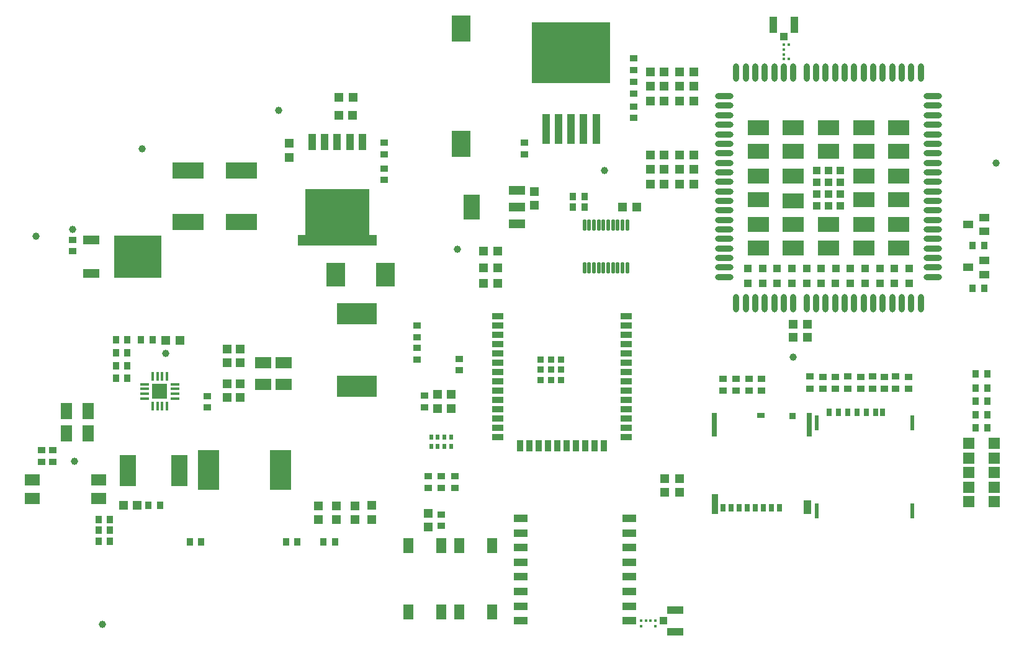
<source format=gtp>
G04*
G04 #@! TF.GenerationSoftware,Altium Limited,Altium Designer,24.5.2 (23)*
G04*
G04 Layer_Color=8421504*
%FSLAX25Y25*%
%MOIN*%
G70*
G04*
G04 #@! TF.SameCoordinates,98A8DC51-4EBF-44C9-86BF-D70121EF64E5*
G04*
G04*
G04 #@! TF.FilePolarity,Positive*
G04*
G01*
G75*
G04:AMPARAMS|DCode=17|XSize=98.43mil|YSize=31.5mil|CornerRadius=15.75mil|HoleSize=0mil|Usage=FLASHONLY|Rotation=90.000|XOffset=0mil|YOffset=0mil|HoleType=Round|Shape=RoundedRectangle|*
%AMROUNDEDRECTD17*
21,1,0.09843,0.00000,0,0,90.0*
21,1,0.06693,0.03150,0,0,90.0*
1,1,0.03150,0.00000,0.03347*
1,1,0.03150,0.00000,-0.03347*
1,1,0.03150,0.00000,-0.03347*
1,1,0.03150,0.00000,0.03347*
%
%ADD17ROUNDEDRECTD17*%
G04:AMPARAMS|DCode=18|XSize=98.43mil|YSize=31.5mil|CornerRadius=15.75mil|HoleSize=0mil|Usage=FLASHONLY|Rotation=180.000|XOffset=0mil|YOffset=0mil|HoleType=Round|Shape=RoundedRectangle|*
%AMROUNDEDRECTD18*
21,1,0.09843,0.00000,0,0,180.0*
21,1,0.06693,0.03150,0,0,180.0*
1,1,0.03150,-0.03347,0.00000*
1,1,0.03150,0.03347,0.00000*
1,1,0.03150,0.03347,0.00000*
1,1,0.03150,-0.03347,0.00000*
%
%ADD18ROUNDEDRECTD18*%
%ADD19R,0.04331X0.04331*%
%ADD20R,0.11811X0.07874*%
%ADD21R,0.03937X0.03543*%
%ADD22R,0.04724X0.05118*%
%ADD23R,0.02953X0.04449*%
%ADD24R,0.02284X0.08268*%
%ADD25R,0.02559X0.04449*%
%ADD26R,0.03543X0.03543*%
%ADD27R,0.05906X0.03543*%
%ADD28R,0.03543X0.05906*%
%ADD29R,0.04016X0.03701*%
%ADD30R,0.05906X0.05906*%
%ADD31R,0.03937X0.04331*%
%ADD32R,0.04134X0.08661*%
%ADD33R,0.01575X0.01575*%
%ADD34R,0.01575X0.01378*%
%ADD35R,0.02756X0.04331*%
%ADD36R,0.04488X0.07205*%
%ADD37R,0.03386X0.11024*%
%ADD38R,0.02756X0.13110*%
%ADD39R,0.03543X0.03661*%
%ADD40R,0.04134X0.03071*%
%ADD41R,0.05118X0.04724*%
%ADD42C,0.03937*%
%ADD43R,0.10236X0.14173*%
%ADD44R,0.03701X0.04016*%
%ADD45R,0.01378X0.01575*%
%ADD46R,0.01575X0.01575*%
%ADD47R,0.05512X0.08268*%
%ADD48R,0.01968X0.03150*%
%ADD49R,0.08661X0.04134*%
%ADD50R,0.04331X0.03937*%
%ADD51R,0.05512X0.03937*%
%ADD52R,0.07677X0.04134*%
%ADD53R,0.04213X0.08504*%
%ADD54R,0.04100X0.15900*%
%ADD55R,0.08661X0.13780*%
%ADD56R,0.08661X0.04724*%
%ADD57R,0.09843X0.12992*%
%ADD58R,0.11417X0.21260*%
%ADD59R,0.05906X0.08661*%
%ADD60R,0.08661X0.05906*%
%ADD61R,0.08268X0.08268*%
%ADD62R,0.04724X0.01181*%
%ADD63R,0.01181X0.04724*%
%ADD64R,0.08661X0.16929*%
%ADD65R,0.08976X0.04724*%
%ADD66R,0.25197X0.22835*%
%ADD67R,0.08268X0.05906*%
G04:AMPARAMS|DCode=68|XSize=59.06mil|YSize=17.72mil|CornerRadius=1.97mil|HoleSize=0mil|Usage=FLASHONLY|Rotation=270.000|XOffset=0mil|YOffset=0mil|HoleType=Round|Shape=RoundedRectangle|*
%AMROUNDEDRECTD68*
21,1,0.05906,0.01378,0,0,270.0*
21,1,0.05512,0.01772,0,0,270.0*
1,1,0.00394,-0.00689,-0.02756*
1,1,0.00394,-0.00689,0.02756*
1,1,0.00394,0.00689,0.02756*
1,1,0.00394,0.00689,-0.02756*
%
%ADD68ROUNDEDRECTD68*%
%ADD69R,0.42300X0.32700*%
%ADD70R,0.21260X0.11417*%
%ADD71R,0.16929X0.08661*%
G36*
X190701Y221346D02*
X194835D01*
Y215559D01*
X152315D01*
Y221346D01*
X156449D01*
Y245756D01*
X190701D01*
Y221346D01*
D02*
G37*
D17*
X387795Y184449D02*
D03*
X392913D02*
D03*
X398031D02*
D03*
X403150D02*
D03*
X408268D02*
D03*
X413386D02*
D03*
X418504D02*
D03*
X435827D02*
D03*
X440945D02*
D03*
X446063D02*
D03*
X451181D02*
D03*
X456299D02*
D03*
X461417D02*
D03*
X466536D02*
D03*
X471654D02*
D03*
X476772D02*
D03*
X481890D02*
D03*
X487008D02*
D03*
Y308465D02*
D03*
X481890D02*
D03*
X476772D02*
D03*
X471654D02*
D03*
X466536D02*
D03*
X461417D02*
D03*
X456299D02*
D03*
X451181D02*
D03*
X446063D02*
D03*
X440945D02*
D03*
X435827D02*
D03*
X418504D02*
D03*
X413386D02*
D03*
X408268D02*
D03*
X403150D02*
D03*
X398031D02*
D03*
X392913D02*
D03*
X387795D02*
D03*
X425591Y184449D02*
D03*
X430709D02*
D03*
Y308465D02*
D03*
X425591D02*
D03*
D18*
X493504Y208858D02*
D03*
Y213976D02*
D03*
Y219094D02*
D03*
Y224213D02*
D03*
Y229331D02*
D03*
Y234449D02*
D03*
Y239567D02*
D03*
Y244685D02*
D03*
Y249803D02*
D03*
Y254921D02*
D03*
Y260039D02*
D03*
Y265158D02*
D03*
Y270276D02*
D03*
Y275394D02*
D03*
Y280512D02*
D03*
Y285630D02*
D03*
Y290748D02*
D03*
Y295866D02*
D03*
X381299D02*
D03*
Y290748D02*
D03*
Y285630D02*
D03*
Y280512D02*
D03*
Y275394D02*
D03*
Y270276D02*
D03*
Y265158D02*
D03*
Y260039D02*
D03*
Y254921D02*
D03*
Y249803D02*
D03*
Y244685D02*
D03*
Y239567D02*
D03*
Y234449D02*
D03*
Y229331D02*
D03*
Y224213D02*
D03*
Y219094D02*
D03*
Y213976D02*
D03*
Y208858D02*
D03*
Y203740D02*
D03*
Y198622D02*
D03*
X493504Y203740D02*
D03*
Y198622D02*
D03*
D19*
X431102Y255906D02*
D03*
X437402D02*
D03*
X443701D02*
D03*
X431102Y249606D02*
D03*
X437402D02*
D03*
X443701D02*
D03*
X431102Y243307D02*
D03*
X437402D02*
D03*
X443701D02*
D03*
X431102Y237008D02*
D03*
X437402D02*
D03*
X443701D02*
D03*
X394094Y203150D02*
D03*
X401968D02*
D03*
X409842D02*
D03*
X417717D02*
D03*
X425591D02*
D03*
X433465D02*
D03*
X441339D02*
D03*
X449213D02*
D03*
X457087D02*
D03*
X464961D02*
D03*
X472835D02*
D03*
X480709D02*
D03*
X394094Y195276D02*
D03*
X401968D02*
D03*
X409842D02*
D03*
X417717D02*
D03*
X425591D02*
D03*
X433465D02*
D03*
X440945D02*
D03*
X449213D02*
D03*
X457087D02*
D03*
X464961D02*
D03*
X472835D02*
D03*
X480709D02*
D03*
D20*
X399606Y278740D02*
D03*
X418504D02*
D03*
X437402D02*
D03*
X456299D02*
D03*
X475197D02*
D03*
X399606Y266142D02*
D03*
X418504D02*
D03*
X437402D02*
D03*
X456299D02*
D03*
X475197D02*
D03*
X399606Y252756D02*
D03*
X418504D02*
D03*
X456299D02*
D03*
X475197D02*
D03*
X399606Y240158D02*
D03*
X418504Y239567D02*
D03*
X456299Y240158D02*
D03*
X475197D02*
D03*
X399606Y226772D02*
D03*
X418504D02*
D03*
X437402D02*
D03*
X456299D02*
D03*
X475197D02*
D03*
X399606Y214173D02*
D03*
X418504D02*
D03*
X437402D02*
D03*
X456299D02*
D03*
X475197D02*
D03*
D21*
X427543Y145161D02*
D03*
Y138469D02*
D03*
X447844Y145161D02*
D03*
Y138469D02*
D03*
X461031Y145161D02*
D03*
Y138469D02*
D03*
X473425Y145161D02*
D03*
Y138469D02*
D03*
D22*
X418504Y173228D02*
D03*
X425984D02*
D03*
X81486Y164717D02*
D03*
X88967D02*
D03*
X252165Y212598D02*
D03*
X259646D02*
D03*
X252165Y203665D02*
D03*
X259646D02*
D03*
X252165Y195272D02*
D03*
X259646D02*
D03*
X66227Y76021D02*
D03*
X58746D02*
D03*
X334329Y236221D02*
D03*
X326849D02*
D03*
X341732Y264370D02*
D03*
X349213D02*
D03*
X341732Y256496D02*
D03*
X349213D02*
D03*
X341732Y248622D02*
D03*
X349213D02*
D03*
X364961Y248622D02*
D03*
X357480D02*
D03*
X364961Y256496D02*
D03*
X357480D02*
D03*
X364961Y264370D02*
D03*
X357480D02*
D03*
X349213Y293307D02*
D03*
X341732D02*
D03*
X349213Y301181D02*
D03*
X341732D02*
D03*
X349213Y309055D02*
D03*
X341732D02*
D03*
X357480Y309055D02*
D03*
X364961D02*
D03*
X357480Y301181D02*
D03*
X364961D02*
D03*
X357480Y293307D02*
D03*
X364961D02*
D03*
X181962Y295205D02*
D03*
X174481D02*
D03*
X181890Y285433D02*
D03*
X174409D02*
D03*
X418504Y166339D02*
D03*
X425984D02*
D03*
D23*
X457717Y125955D02*
D03*
X447717D02*
D03*
X437717D02*
D03*
X462717D02*
D03*
X452717D02*
D03*
X442717D02*
D03*
D24*
X482283Y120108D02*
D03*
Y72864D02*
D03*
X431102D02*
D03*
Y120108D02*
D03*
D25*
X466457Y125955D02*
D03*
D26*
X293898Y143268D02*
D03*
X288386D02*
D03*
X282874D02*
D03*
X293898Y148779D02*
D03*
X288386Y148779D02*
D03*
X282874D02*
D03*
X293898Y154291D02*
D03*
X288386D02*
D03*
X282874D02*
D03*
D27*
X328740Y177677D02*
D03*
Y172677D02*
D03*
X328740Y167677D02*
D03*
X328740Y162677D02*
D03*
Y157677D02*
D03*
Y152677D02*
D03*
Y147677D02*
D03*
Y142677D02*
D03*
Y137677D02*
D03*
Y132677D02*
D03*
X328740Y127677D02*
D03*
X328740Y122677D02*
D03*
Y117677D02*
D03*
Y112677D02*
D03*
X259842D02*
D03*
Y117677D02*
D03*
Y122677D02*
D03*
X259842Y127677D02*
D03*
X259842Y132677D02*
D03*
Y137677D02*
D03*
Y142677D02*
D03*
Y147677D02*
D03*
Y152677D02*
D03*
Y157677D02*
D03*
Y162677D02*
D03*
X259842Y167677D02*
D03*
X259842Y172677D02*
D03*
Y177677D02*
D03*
D28*
X316811Y107756D02*
D03*
X311811Y107756D02*
D03*
X306811D02*
D03*
X301811Y107756D02*
D03*
X296811Y107756D02*
D03*
X291811Y107756D02*
D03*
X286811Y107756D02*
D03*
X281811D02*
D03*
X276811Y107756D02*
D03*
X271811Y107756D02*
D03*
D29*
X480299Y138705D02*
D03*
Y144925D02*
D03*
X239173Y148465D02*
D03*
Y154685D02*
D03*
X216535Y166181D02*
D03*
Y172402D02*
D03*
Y154370D02*
D03*
Y160591D02*
D03*
X387795Y143858D02*
D03*
Y137638D02*
D03*
X394685Y143858D02*
D03*
Y137638D02*
D03*
X380906Y143858D02*
D03*
Y137638D02*
D03*
X401575Y143858D02*
D03*
Y137638D02*
D03*
X14764Y99252D02*
D03*
Y105473D02*
D03*
X20669D02*
D03*
Y99252D02*
D03*
X229331Y71024D02*
D03*
Y64803D02*
D03*
X222441Y85276D02*
D03*
Y91496D02*
D03*
X229331Y85276D02*
D03*
Y91496D02*
D03*
X236653Y85276D02*
D03*
Y91496D02*
D03*
X220472Y128583D02*
D03*
Y134803D02*
D03*
X103690Y134677D02*
D03*
Y128457D02*
D03*
X31496Y212441D02*
D03*
Y218661D02*
D03*
X274232Y270827D02*
D03*
Y264606D02*
D03*
X332677Y316102D02*
D03*
Y309882D02*
D03*
Y303465D02*
D03*
Y297244D02*
D03*
Y290354D02*
D03*
Y284134D02*
D03*
X198819Y264606D02*
D03*
Y270827D02*
D03*
Y250827D02*
D03*
Y257047D02*
D03*
X467543Y144925D02*
D03*
Y138705D02*
D03*
X454602Y144925D02*
D03*
Y138705D02*
D03*
X434272Y144925D02*
D03*
Y138705D02*
D03*
X441181Y144925D02*
D03*
Y138705D02*
D03*
D30*
X512795Y109252D02*
D03*
X526575D02*
D03*
X526575Y93504D02*
D03*
X512795D02*
D03*
X526575Y85630D02*
D03*
X512795D02*
D03*
Y77756D02*
D03*
X526575D02*
D03*
X526575Y101378D02*
D03*
X512795D02*
D03*
D31*
X413424Y327828D02*
D03*
D32*
X419232Y334324D02*
D03*
X407617D02*
D03*
D33*
X413354Y315907D02*
D03*
X416110D02*
D03*
X413399Y323431D02*
D03*
X416155D02*
D03*
D34*
X413372Y318346D02*
D03*
Y320905D02*
D03*
D35*
X410945Y74724D02*
D03*
X406614D02*
D03*
X402283D02*
D03*
X397953D02*
D03*
X393622D02*
D03*
X389291D02*
D03*
X384961D02*
D03*
X380630D02*
D03*
D36*
X426221Y74783D02*
D03*
D37*
X376378Y76693D02*
D03*
D38*
X427087Y119075D02*
D03*
X376063D02*
D03*
D39*
X417992Y123799D02*
D03*
D40*
X401201Y124094D02*
D03*
D41*
X114556Y141375D02*
D03*
Y133895D02*
D03*
X114556Y152565D02*
D03*
Y160046D02*
D03*
X121446Y141375D02*
D03*
Y133895D02*
D03*
X121446Y152565D02*
D03*
Y160046D02*
D03*
X279528Y244685D02*
D03*
Y237205D02*
D03*
X349409Y90354D02*
D03*
Y82874D02*
D03*
X357283Y90354D02*
D03*
Y82874D02*
D03*
X222441Y71653D02*
D03*
Y64173D02*
D03*
X227362Y135433D02*
D03*
Y127953D02*
D03*
X234685Y135433D02*
D03*
Y127953D02*
D03*
X191929Y75787D02*
D03*
Y68307D02*
D03*
X183071Y75590D02*
D03*
Y68110D02*
D03*
X147638Y262992D02*
D03*
Y270472D02*
D03*
X173228Y68110D02*
D03*
Y75590D02*
D03*
X163386D02*
D03*
Y68110D02*
D03*
D42*
X68898Y267717D02*
D03*
X238189Y213583D02*
D03*
X32480Y99410D02*
D03*
X316929Y255906D02*
D03*
X418307Y155512D02*
D03*
X81404Y157463D02*
D03*
X31457Y224317D02*
D03*
X142126Y288386D02*
D03*
X47244Y11811D02*
D03*
X527559Y259842D02*
D03*
X11811Y220472D02*
D03*
D43*
X240158Y270098D02*
D03*
Y332264D02*
D03*
D44*
X522795Y117508D02*
D03*
X516575D02*
D03*
X522795Y146465D02*
D03*
X516575D02*
D03*
X522795Y139020D02*
D03*
X516575D02*
D03*
Y124646D02*
D03*
X522795D02*
D03*
Y131972D02*
D03*
X516575D02*
D03*
X100551Y56102D02*
D03*
X94333D02*
D03*
X145957Y56102D02*
D03*
X152173D02*
D03*
X166227D02*
D03*
X172449D02*
D03*
X306298Y242059D02*
D03*
X300077D02*
D03*
X306298Y236221D02*
D03*
X300077D02*
D03*
X521128Y192547D02*
D03*
X514907D02*
D03*
X521128Y215598D02*
D03*
X514907D02*
D03*
X54604Y164756D02*
D03*
X60824D02*
D03*
X60824Y157866D02*
D03*
X54604D02*
D03*
X74359Y164756D02*
D03*
X68138D02*
D03*
X60824Y150976D02*
D03*
X54604D02*
D03*
X78392Y76021D02*
D03*
X72172D02*
D03*
X60824Y144087D02*
D03*
X54604D02*
D03*
X45305Y68262D02*
D03*
X51525D02*
D03*
X51525Y62441D02*
D03*
X45305D02*
D03*
X45305Y56619D02*
D03*
X51525D02*
D03*
D45*
X341831Y13739D02*
D03*
X339272D02*
D03*
D46*
X336788Y13739D02*
D03*
Y10983D02*
D03*
X344488Y10983D02*
D03*
Y13739D02*
D03*
D47*
X229331Y54331D02*
D03*
X211614D02*
D03*
Y18504D02*
D03*
X229331D02*
D03*
X239173D02*
D03*
X256890D02*
D03*
Y54331D02*
D03*
X239173D02*
D03*
D48*
X224012Y107677D02*
D03*
X227555D02*
D03*
X231099D02*
D03*
X234642D02*
D03*
Y112401D02*
D03*
X231099D02*
D03*
X227555D02*
D03*
X224012D02*
D03*
D49*
X355217Y19587D02*
D03*
Y7972D02*
D03*
D50*
X348721Y13780D02*
D03*
D51*
X512402Y203740D02*
D03*
X521063Y207480D02*
D03*
Y200000D02*
D03*
X512402Y226916D02*
D03*
X521063Y230656D02*
D03*
Y223175D02*
D03*
D52*
X272047Y68898D02*
D03*
Y61024D02*
D03*
Y53150D02*
D03*
Y45276D02*
D03*
Y37402D02*
D03*
Y29528D02*
D03*
Y21654D02*
D03*
Y13780D02*
D03*
X330315D02*
D03*
Y21654D02*
D03*
Y29528D02*
D03*
Y37402D02*
D03*
Y45276D02*
D03*
Y53150D02*
D03*
Y61024D02*
D03*
Y68898D02*
D03*
D53*
X186961Y271346D02*
D03*
X180268D02*
D03*
X173575D02*
D03*
X166882D02*
D03*
X160189D02*
D03*
D54*
X292520Y278350D02*
D03*
X285827D02*
D03*
X299213D02*
D03*
X305906D02*
D03*
X312598D02*
D03*
D55*
X245669Y236221D02*
D03*
D56*
X270079Y245276D02*
D03*
Y236221D02*
D03*
Y227165D02*
D03*
D57*
X172638Y199803D02*
D03*
X199409D02*
D03*
D58*
X104264Y94874D02*
D03*
X143241D02*
D03*
D59*
X39835Y126428D02*
D03*
X28024D02*
D03*
X39835Y114618D02*
D03*
X28024D02*
D03*
D60*
X144685Y152559D02*
D03*
Y140748D02*
D03*
X133858Y152559D02*
D03*
Y140748D02*
D03*
D61*
X78209Y137185D02*
D03*
D62*
X70138Y133346D02*
D03*
Y135906D02*
D03*
Y138465D02*
D03*
Y141024D02*
D03*
X86279Y138465D02*
D03*
Y135906D02*
D03*
Y133346D02*
D03*
Y141024D02*
D03*
D63*
X74370Y145256D02*
D03*
X76929D02*
D03*
X79488D02*
D03*
X82047D02*
D03*
Y129114D02*
D03*
X79488D02*
D03*
X76929D02*
D03*
X74370D02*
D03*
D64*
X88583Y94488D02*
D03*
X61024D02*
D03*
D65*
X41417Y200590D02*
D03*
Y218701D02*
D03*
D66*
X66417Y209646D02*
D03*
D67*
X9646Y79646D02*
D03*
Y89646D02*
D03*
X45472D02*
D03*
Y79646D02*
D03*
D68*
X329323Y226522D02*
D03*
X326764D02*
D03*
X324205D02*
D03*
X321646D02*
D03*
X319087D02*
D03*
X316528D02*
D03*
X313969D02*
D03*
X311410D02*
D03*
X308851D02*
D03*
X306292D02*
D03*
Y203688D02*
D03*
X308851D02*
D03*
X311410D02*
D03*
X313969D02*
D03*
X316528D02*
D03*
X319087D02*
D03*
X321646D02*
D03*
X324205D02*
D03*
X326764D02*
D03*
X329323D02*
D03*
D69*
X299213Y319094D02*
D03*
D70*
X184055Y178937D02*
D03*
Y139961D02*
D03*
D71*
X93504Y228346D02*
D03*
Y255906D02*
D03*
X122047Y228346D02*
D03*
Y255906D02*
D03*
M02*

</source>
